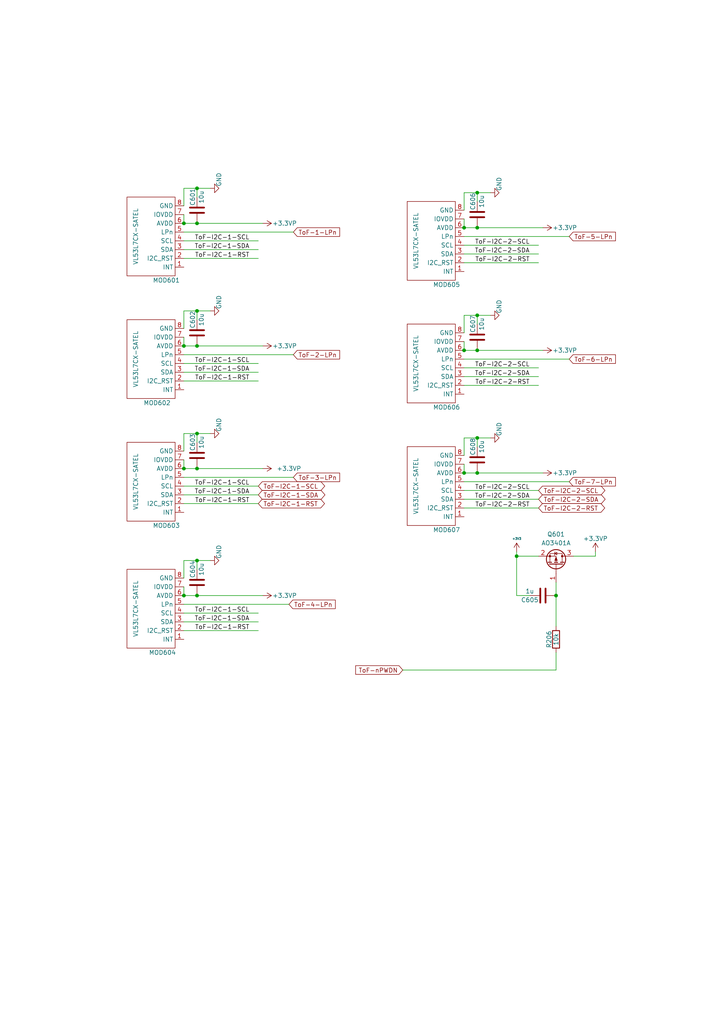
<source format=kicad_sch>
(kicad_sch (version 20230121) (generator eeschema)
  (paper "A4" portrait)
  (lib_symbols
    (symbol "Device:C" (pin_numbers hide) (pin_names (offset 0.254))
      (property "Reference" "C" (at 0.635 2.54 0))
      (property "Value" "C" (at 0.635 -2.54 0))
      (symbol "C_0_1"
        (polyline (pts (xy -2.032 -0.762) (xy 2.032 -0.762)) (stroke (width 0.508)))
        (polyline (pts (xy -2.032 0.762) (xy 2.032 0.762)) (stroke (width 0.508)))
      )
      (symbol "C_1_1"
        (pin passive line (at 0 3.81 270) (length 2.794) (name "~") (number "1"))
        (pin passive line (at 0 -3.81 90) (length 2.794) (name "~") (number "2"))
      )
    )
    (symbol "Device:R" (pin_numbers hide) (pin_names (offset 0))
      (property "Reference" "R" (at 2.032 0 90))
      (property "Value" "R" (at 0 0 90))
      (symbol "R_0_1"
        (rectangle (start -1.016 -2.54) (end 1.016 2.54) (stroke (width 0.254)))
      )
      (symbol "R_1_1"
        (pin passive line (at 0 3.81 270) (length 1.27) (name "~") (number "1"))
        (pin passive line (at 0 -3.81 90) (length 1.27) (name "~") (number "2"))
      )
    )
    (symbol "Project_Specific_Power:+3V3" (power) (pin_names (offset 0))
      (property "Value" "+3V3" (at 0 3.175 0))
      (symbol "+3V3_0_1"
        (polyline (pts (xy -0.762 1.27) (xy 0 2.54)))
        (polyline (pts (xy 0 0) (xy 0 2.54)))
        (polyline (pts (xy 0 2.54) (xy 0.762 1.27)))
      )
      (symbol "+3V3_1_1"
        (pin power_in line (at 0 0 90) (length 0) hide (name "+3V3") (number "1"))
      )
    )
    (symbol "Project_Specific_STMicroelectronics:VL53L7CX-SATEL"
      (property "Reference" "MOD" (at -3.81 12.7 0))
      (symbol "VL53L7CX-SATEL_0_1"
        (rectangle (start -6.35 11.43) (end 7.62 -11.43))
      )
      (symbol "VL53L7CX-SATEL_1_1"
        (pin output line (at -8.89 8.89 0) (length 2.54) (name "INT") (number "1"))
        (pin input line (at -8.89 6.35 0) (length 2.54) (name "I2C_RST") (number "2"))
        (pin bidirectional line (at -8.89 3.81 0) (length 2.54) (name "SDA") (number "3"))
        (pin input line (at -8.89 1.27 0) (length 2.54) (name "SCL") (number "4"))
        (pin input line (at -8.89 -1.27 0) (length 2.54) (name "LPn") (number "5"))
        (pin power_in line (at -8.89 -3.81 0) (length 2.54) (name "AVDD") (number "6"))
        (pin power_in line (at -8.89 -6.35 0) (length 2.54) (name "IOVDD") (number "7"))
        (pin power_in line (at -8.89 -8.89 0) (length 2.54) (name "GND") (number "8"))
      )
    )
    (symbol "Transistor_FET:AO3401A" (pin_names hide)
      (property "Reference" "Q" (at 5.08 1.905 0))
      (property "Value" "AO3401A" (at 5.08 0 0))
      (symbol "AO3401A_0_1"
        (polyline (pts (xy 0.254 0) (xy -2.54 0)))
        (polyline (pts (xy 0.254 1.905) (xy 0.254 -1.905)) (stroke (width 0.254)))
        (polyline (pts (xy 0.762 -1.27) (xy 0.762 -2.286)) (stroke (width 0.254)))
        (polyline (pts (xy 0.762 0.508) (xy 0.762 -0.508)) (stroke (width 0.254)))
        (polyline (pts (xy 0.762 2.286) (xy 0.762 1.27)) (stroke (width 0.254)))
        (polyline (pts (xy 2.54 2.54) (xy 2.54 1.778)))
        (polyline (pts (xy 2.54 -2.54) (xy 2.54 0) (xy 0.762 0)))
        (polyline (pts (xy 0.762 1.778) (xy 3.302 1.778) (xy 3.302 -1.778) (xy 0.762 -1.778)))
        (polyline (pts (xy 2.286 0) (xy 1.27 0.381) (xy 1.27 -0.381) (xy 2.286 0)) (fill (type outline)))
        (polyline (pts (xy 2.794 -0.508) (xy 2.921 -0.381) (xy 3.683 -0.381) (xy 3.81 -0.254)))
        (polyline (pts (xy 3.302 -0.381) (xy 2.921 0.254) (xy 3.683 0.254) (xy 3.302 -0.381)))
        (circle (center 1.651 0) (radius 2.794) (stroke (width 0.254)))
        (circle (center 2.54 -1.778) (radius 0.254) (fill (type outline)))
        (circle (center 2.54 1.778) (radius 0.254) (fill (type outline)))
      )
      (symbol "AO3401A_1_1"
        (pin input line (at -5.08 0 0) (length 2.54) (name "G") (number "1"))
        (pin passive line (at 2.54 -5.08 90) (length 2.54) (name "S") (number "2"))
        (pin passive line (at 2.54 5.08 270) (length 2.54) (name "D") (number "3"))
      )
    )
    (symbol "power:+3.3VP" (power) (pin_names (offset 0))
      (property "Value" "+3.3VP" (at 0 2.54 0))
      (symbol "+3.3VP_0_0"
        (pin power_in line (at 0 0 90) (length 0) hide (name "+3.3VP") (number "1"))
      )
      (symbol "+3.3VP_0_1"
        (polyline (pts (xy -0.762 1.27) (xy 0 2.54)))
        (polyline (pts (xy 0 0) (xy 0 2.54)))
        (polyline (pts (xy 0 2.54) (xy 0.762 1.27)))
      )
    )
    (symbol "power:GND" (power) (pin_names (offset 0))
      (property "Value" "GND" (at 0 -3.81 0))
      (symbol "GND_0_1"
        (polyline (pts (xy 0 0) (xy 0 -1.27) (xy 1.27 -1.27) (xy 0 -2.54) (xy -1.27 -1.27) (xy 0 -1.27)))
      )
      (symbol "GND_1_1"
        (pin power_in line (at 0 0 270) (length 0) hide (name "GND") (number "1"))
      )
    )
  )
  (junction (at 138.43 66.04))
  (junction (at 57.15 64.77))
  (junction (at 57.15 172.72))
  (junction (at 53.34 64.77))
  (junction (at 53.34 100.33))
  (junction (at 134.62 101.6))
  (junction (at 138.43 137.16))
  (junction (at 57.15 90.17))
  (junction (at 161.29 172.72))
  (junction (at 134.62 66.04))
  (junction (at 57.15 54.61))
  (junction (at 53.34 135.89))
  (junction (at 57.15 135.89))
  (junction (at 57.15 162.56))
  (junction (at 149.86 161.29))
  (junction (at 138.43 55.88))
  (junction (at 57.15 100.33))
  (junction (at 138.43 101.6))
  (junction (at 134.62 137.16))
  (junction (at 57.15 125.73))
  (junction (at 138.43 91.44))
  (junction (at 138.43 127))
  (junction (at 53.34 172.72))
  (wire (pts (xy 57.15 135.89) (xy 76.2 135.89)))
  (wire (pts (xy 134.62 134.62) (xy 134.62 137.16)))
  (wire (pts (xy 134.62 55.88) (xy 134.62 60.96)))
  (wire (pts (xy 138.43 66.04) (xy 157.48 66.04)))
  (wire (pts (xy 53.34 110.49) (xy 74.93 110.49)))
  (wire (pts (xy 53.34 140.97) (xy 74.93 140.97)))
  (wire (pts (xy 57.15 64.77) (xy 76.2 64.77)))
  (wire (pts (xy 134.62 104.14) (xy 165.1 104.14)))
  (wire (pts (xy 138.43 58.42) (xy 138.43 55.88)))
  (wire (pts (xy 53.34 170.18) (xy 53.34 172.72)))
  (wire (pts (xy 53.34 133.35) (xy 53.34 135.89)))
  (wire (pts (xy 53.34 180.34) (xy 74.93 180.34)))
  (wire (pts (xy 134.62 137.16) (xy 138.43 137.16)))
  (wire (pts (xy 53.34 135.89) (xy 57.15 135.89)))
  (wire (pts (xy 57.15 54.61) (xy 60.96 54.61)))
  (wire (pts (xy 53.34 162.56) (xy 53.34 167.64)))
  (wire (pts (xy 53.34 54.61) (xy 57.15 54.61)))
  (wire (pts (xy 57.15 57.15) (xy 57.15 54.61)))
  (wire (pts (xy 53.34 97.79) (xy 53.34 100.33)))
  (wire (pts (xy 134.62 147.32) (xy 156.21 147.32)))
  (wire (pts (xy 134.62 111.76) (xy 156.21 111.76)))
  (wire (pts (xy 53.34 125.73) (xy 57.15 125.73)))
  (wire (pts (xy 53.34 107.95) (xy 74.93 107.95)))
  (wire (pts (xy 138.43 55.88) (xy 142.24 55.88)))
  (wire (pts (xy 134.62 99.06) (xy 134.62 101.6)))
  (wire (pts (xy 53.34 67.31) (xy 85.09 67.31)))
  (wire (pts (xy 53.34 138.43) (xy 85.09 138.43)))
  (wire (pts (xy 134.62 66.04) (xy 138.43 66.04)))
  (wire (pts (xy 53.34 125.73) (xy 53.34 130.81)))
  (wire (pts (xy 53.34 182.88) (xy 74.93 182.88)))
  (wire (pts (xy 57.15 162.56) (xy 60.96 162.56)))
  (wire (pts (xy 53.34 54.61) (xy 53.34 59.69)))
  (wire (pts (xy 57.15 165.1) (xy 57.15 162.56)))
  (wire (pts (xy 134.62 73.66) (xy 156.21 73.66)))
  (wire (pts (xy 161.29 168.91) (xy 161.29 172.72)))
  (wire (pts (xy 53.34 175.26) (xy 83.82 175.26)))
  (wire (pts (xy 53.34 177.8) (xy 74.93 177.8)))
  (wire (pts (xy 57.15 128.27) (xy 57.15 125.73)))
  (wire (pts (xy 116.84 194.31) (xy 161.29 194.31)))
  (wire (pts (xy 138.43 127) (xy 142.24 127)))
  (wire (pts (xy 53.34 146.05) (xy 74.93 146.05)))
  (wire (pts (xy 53.34 62.23) (xy 53.34 64.77)))
  (wire (pts (xy 57.15 92.71) (xy 57.15 90.17)))
  (wire (pts (xy 134.62 127) (xy 138.43 127)))
  (wire (pts (xy 156.21 161.29) (xy 149.86 161.29)))
  (wire (pts (xy 57.15 100.33) (xy 76.2 100.33)))
  (wire (pts (xy 161.29 172.72) (xy 161.29 181.61)))
  (wire (pts (xy 161.29 189.23) (xy 161.29 194.31)))
  (wire (pts (xy 149.86 172.72) (xy 153.67 172.72)))
  (wire (pts (xy 134.62 91.44) (xy 134.62 96.52)))
  (wire (pts (xy 134.62 91.44) (xy 138.43 91.44)))
  (wire (pts (xy 134.62 144.78) (xy 156.21 144.78)))
  (wire (pts (xy 134.62 139.7) (xy 165.1 139.7)))
  (wire (pts (xy 166.37 161.29) (xy 172.72 161.29)))
  (wire (pts (xy 134.62 106.68) (xy 156.21 106.68)))
  (wire (pts (xy 138.43 93.98) (xy 138.43 91.44)))
  (wire (pts (xy 134.62 63.5) (xy 134.62 66.04)))
  (wire (pts (xy 53.34 64.77) (xy 57.15 64.77)))
  (wire (pts (xy 149.86 161.29) (xy 149.86 172.72)))
  (wire (pts (xy 134.62 71.12) (xy 156.21 71.12)))
  (wire (pts (xy 53.34 69.85) (xy 74.93 69.85)))
  (wire (pts (xy 134.62 101.6) (xy 138.43 101.6)))
  (wire (pts (xy 138.43 129.54) (xy 138.43 127)))
  (wire (pts (xy 134.62 127) (xy 134.62 132.08)))
  (wire (pts (xy 149.86 161.29) (xy 149.86 160.02)))
  (wire (pts (xy 53.34 143.51) (xy 74.93 143.51)))
  (wire (pts (xy 172.72 161.29) (xy 172.72 160.02)))
  (wire (pts (xy 57.15 125.73) (xy 60.96 125.73)))
  (wire (pts (xy 53.34 72.39) (xy 74.93 72.39)))
  (wire (pts (xy 53.34 172.72) (xy 57.15 172.72)))
  (wire (pts (xy 53.34 102.87) (xy 85.09 102.87)))
  (wire (pts (xy 134.62 68.58) (xy 165.1 68.58)))
  (wire (pts (xy 53.34 100.33) (xy 57.15 100.33)))
  (wire (pts (xy 138.43 91.44) (xy 142.24 91.44)))
  (wire (pts (xy 53.34 90.17) (xy 53.34 95.25)))
  (wire (pts (xy 53.34 74.93) (xy 74.93 74.93)))
  (wire (pts (xy 134.62 142.24) (xy 156.21 142.24)))
  (wire (pts (xy 134.62 55.88) (xy 138.43 55.88)))
  (wire (pts (xy 53.34 162.56) (xy 57.15 162.56)))
  (wire (pts (xy 138.43 137.16) (xy 157.48 137.16)))
  (wire (pts (xy 134.62 76.2) (xy 156.21 76.2)))
  (wire (pts (xy 53.34 90.17) (xy 57.15 90.17)))
  (wire (pts (xy 53.34 105.41) (xy 74.93 105.41)))
  (wire (pts (xy 57.15 90.17) (xy 60.96 90.17)))
  (wire (pts (xy 57.15 172.72) (xy 76.2 172.72)))
  (wire (pts (xy 138.43 101.6) (xy 157.48 101.6)))
  (wire (pts (xy 134.62 109.22) (xy 156.21 109.22)))
  (label "ToF-I2C-2-SDA" (at 153.67 109.22 180))
  (label "ToF-I2C-1-SCL" (at 72.39 177.8 180))
  (label "ToF-I2C-1-SDA" (at 72.39 107.95 180))
  (label "ToF-I2C-2-RST" (at 153.67 147.32 180))
  (label "ToF-I2C-1-SDA" (at 72.39 72.39 180))
  (label "ToF-I2C-2-SDA" (at 153.67 144.78 180))
  (label "ToF-I2C-1-RST" (at 72.39 110.49 180))
  (label "ToF-I2C-2-RST" (at 153.67 76.2 180))
  (label "ToF-I2C-1-SDA" (at 72.39 180.34 180))
  (label "ToF-I2C-1-RST" (at 72.39 146.05 180))
  (label "ToF-I2C-2-RST" (at 153.67 111.76 180))
  (label "ToF-I2C-1-SCL" (at 72.39 105.41 180))
  (label "ToF-I2C-2-SDA" (at 153.67 73.66 180))
  (label "ToF-I2C-1-RST" (at 72.39 182.88 180))
  (label "ToF-I2C-1-RST" (at 72.39 74.93 180))
  (label "ToF-I2C-1-SDA" (at 72.39 143.51 180))
  (label "ToF-I2C-2-SCL" (at 153.67 71.12 180))
  (label "ToF-I2C-2-SCL" (at 153.67 142.24 180))
  (label "ToF-I2C-1-SCL" (at 72.39 140.97 180))
  (label "ToF-I2C-1-SCL" (at 72.39 69.85 180))
  (label "ToF-I2C-2-SCL" (at 153.67 106.68 180))
  (global_label "ToF-I2C-1-SCL" (shape bidirectional) (at 74.93 140.97 0) (property "Intersheetrefs" "${INTERSHEET_REFS}" (at 94.6709 140.97 0) (effects (justify left))))
  (global_label "ToF-6-LPn" (shape input) (at 165.1 104.14 0) (property "Intersheetrefs" "${INTERSHEET_REFS}" (at 179.0124 104.14 0) (effects (justify left))))
  (global_label "ToF-7-LPn" (shape input) (at 165.1 139.7 0) (property "Intersheetrefs" "${INTERSHEET_REFS}" (at 179.0124 139.7 0) (effects (justify left))))
  (global_label "ToF-1-LPn" (shape input) (at 85.09 67.31 0) (property "Intersheetrefs" "${INTERSHEET_REFS}" (at 99.0024 67.31 0) (effects (justify left))))
  (global_label "ToF-I2C-1-RST" (shape bidirectional) (at 74.93 146.05 0) (property "Intersheetrefs" "${INTERSHEET_REFS}" (at 94.6104 146.05 0) (effects (justify left))))
  (global_label "ToF-I2C-1-SDA" (shape bidirectional) (at 74.93 143.51 0) (property "Intersheetrefs" "${INTERSHEET_REFS}" (at 94.7314 143.51 0) (effects (justify left))))
  (global_label "ToF-nPWDN" (shape input) (at 116.84 194.31 180) (property "Intersheetrefs" "${INTERSHEET_REFS}" (at 102.6063 194.31 0) (effects (justify right))))
  (global_label "ToF-4-LPn" (shape input) (at 83.82 175.26 0) (property "Intersheetrefs" "${INTERSHEET_REFS}" (at 97.7324 175.26 0) (effects (justify left))))
  (global_label "ToF-I2C-2-SDA" (shape bidirectional) (at 156.21 144.78 0) (property "Intersheetrefs" "${INTERSHEET_REFS}" (at 176.0114 144.78 0) (effects (justify left))))
  (global_label "ToF-3-LPn" (shape input) (at 85.09 138.43 0) (property "Intersheetrefs" "${INTERSHEET_REFS}" (at 99.0024 138.43 0) (effects (justify left))))
  (global_label "ToF-5-LPn" (shape input) (at 165.1 68.58 0) (property "Intersheetrefs" "${INTERSHEET_REFS}" (at 179.0124 68.58 0) (effects (justify left))))
  (global_label "ToF-I2C-2-RST" (shape bidirectional) (at 156.21 147.32 0) (property "Intersheetrefs" "${INTERSHEET_REFS}" (at 175.8904 147.32 0) (effects (justify left))))
  (global_label "ToF-2-LPn" (shape input) (at 85.09 102.87 0) (property "Intersheetrefs" "${INTERSHEET_REFS}" (at 99.0024 102.87 0) (effects (justify left))))
  (global_label "ToF-I2C-2-SCL" (shape bidirectional) (at 156.21 142.24 0) (property "Intersheetrefs" "${INTERSHEET_REFS}" (at 175.9509 142.24 0) (effects (justify left))))
  (symbol (lib_id "power:GND") (at 142.24 127 90) (unit 1)
    (property "Reference" "#PWR0613" (effects hide))
    (property "Value" "GND" (at 144.78 124.46 0))
  )
  (symbol (lib_id "Device:C") (at 57.15 168.91 180) (unit 1)
    (property "Reference" "C604" (at 55.88 165.1 90))
    (property "Value" "10u" (at 58.42 165.1 90))
    (property "Footprint" "Capacitor_SMD:C_0603_1608Metric" (effects hide))
  )
  (symbol (lib_id "Device:C") (at 57.15 96.52 180) (unit 1)
    (property "Reference" "C602" (at 55.88 92.71 90))
    (property "Value" "10u" (at 58.42 92.71 90))
    (property "Footprint" "Capacitor_SMD:C_0603_1608Metric" (effects hide))
  )
  (symbol (lib_id "power:+3.3VP") (at 76.2 135.89 270) (unit 1)
    (property "Reference" "#PWR0606" (effects hide))
    (property "Value" "+3.3VP" (at 83.82 135.89 90))
  )
  (symbol (lib_id "Project_Specific_STMicroelectronics:VL53L7CX-SATEL") (at 44.45 139.7 180) (unit 1)
    (property "Reference" "MOD603" (at 48.26 152.4 0))
    (property "Value" "VL53L7CX-SATEL" (at 39.37 139.7 90))
    (property "Footprint" "Project_Specific_ST:VL53L5CX-SATEL" (effects hide))
  )
  (symbol (lib_id "power:+3.3VP") (at 157.48 137.16 270) (unit 1)
    (property "Reference" "#PWR0616" (effects hide))
    (property "Value" "+3.3VP" (at 163.83 137.16 90))
  )
  (symbol (lib_id "power:+3.3VP") (at 172.72 160.02 0) (unit 1)
    (property "Reference" "#PWR0610" (effects hide))
    (property "Value" "+3.3VP" (at 172.72 156.21 0))
  )
  (symbol (lib_id "power:GND") (at 142.24 55.88 90) (unit 1)
    (property "Reference" "#PWR0611" (effects hide))
    (property "Value" "GND" (at 144.78 53.34 0))
  )
  (symbol (lib_id "Project_Specific_STMicroelectronics:VL53L7CX-SATEL") (at 125.73 69.85 180) (unit 1)
    (property "Reference" "MOD605" (at 129.54 82.55 0))
    (property "Value" "VL53L7CX-SATEL" (at 120.65 69.85 90))
    (property "Footprint" "Project_Specific_ST:VL53L5CX-SATEL" (effects hide))
  )
  (symbol (lib_id "Device:C") (at 138.43 97.79 180) (unit 1)
    (property "Reference" "C607" (at 137.16 93.98 90))
    (property "Value" "10u" (at 139.7 93.98 90))
    (property "Footprint" "Capacitor_SMD:C_0603_1608Metric" (effects hide))
  )
  (symbol (lib_id "Project_Specific_STMicroelectronics:VL53L7CX-SATEL") (at 44.45 176.53 180) (unit 1)
    (property "Reference" "MOD604" (at 43.18 189.23 0) (effects (justify right)))
    (property "Value" "VL53L7CX-SATEL" (at 39.37 176.53 90))
    (property "Footprint" "Project_Specific_ST:VL53L5CX-SATEL" (effects hide))
  )
  (symbol (lib_id "Transistor_FET:AO3401A") (at 161.29 163.83 270) (mirror x) (unit 1)
    (property "Reference" "Q601" (at 161.29 154.94 90))
    (property "Value" "AO3401A" (at 161.29 157.48 90))
    (property "Footprint" "Package_TO_SOT_SMD:SOT-23" (effects hide))
    (property "Datasheet" "http://www.aosmd.com/pdfs/datasheet/AO3401A.pdf" (effects hide))
  )
  (symbol (lib_id "power:GND") (at 142.24 91.44 90) (unit 1)
    (property "Reference" "#PWR0612" (effects hide))
    (property "Value" "GND" (at 144.78 88.9 0))
  )
  (symbol (lib_id "power:GND") (at 60.96 162.56 90) (unit 1)
    (property "Reference" "#PWR0608" (effects hide))
    (property "Value" "GND" (at 63.5 160.02 0))
  )
  (symbol (lib_id "Project_Specific_STMicroelectronics:VL53L7CX-SATEL") (at 125.73 105.41 180) (unit 1)
    (property "Reference" "MOD606" (at 129.54 118.11 0))
    (property "Value" "VL53L7CX-SATEL" (at 120.65 105.41 90))
    (property "Footprint" "Project_Specific_ST:VL53L5CX-SATEL" (effects hide))
  )
  (symbol (lib_id "power:+3.3VP") (at 76.2 64.77 270) (unit 1)
    (property "Reference" "#PWR0604" (effects hide))
    (property "Value" "+3.3VP" (at 82.55 64.77 90))
  )
  (symbol (lib_id "power:GND") (at 60.96 125.73 90) (unit 1)
    (property "Reference" "#PWR0603" (effects hide))
    (property "Value" "GND" (at 63.5 123.19 0))
  )
  (symbol (lib_id "Device:C") (at 157.48 172.72 270) (unit 1)
    (property "Reference" "C605" (at 153.67 173.99 90))
    (property "Value" "1u" (at 153.67 171.45 90))
    (property "Footprint" "Capacitor_SMD:C_0402_1005Metric" (effects hide))
  )
  (symbol (lib_id "Device:C") (at 57.15 132.08 180) (unit 1)
    (property "Reference" "C603" (at 55.88 128.27 90))
    (property "Value" "10u" (at 58.42 128.27 90))
    (property "Footprint" "Capacitor_SMD:C_0603_1608Metric" (effects hide))
  )
  (symbol (lib_id "power:+3.3VP") (at 76.2 172.72 270) (unit 1)
    (property "Reference" "#PWR0609" (effects hide))
    (property "Value" "+3.3VP" (at 82.55 172.72 90))
  )
  (symbol (lib_id "Device:C") (at 138.43 62.23 180) (unit 1)
    (property "Reference" "C606" (at 137.16 58.42 90))
    (property "Value" "10u" (at 139.7 58.42 90))
    (property "Footprint" "Capacitor_SMD:C_0603_1608Metric" (effects hide))
  )
  (symbol (lib_id "Project_Specific_Power:+3V3") (at 149.86 160.02 0) (unit 1)
    (property "Reference" "#PWR0607" (effects hide))
    (property "Value" "+3V3" (at 148.59 156.21 0) (effects (font (size 0.635 0.635)) (justify left)))
  )
  (symbol (lib_id "Project_Specific_STMicroelectronics:VL53L7CX-SATEL") (at 44.45 104.14 180) (unit 1)
    (property "Reference" "MOD602" (at 49.53 116.84 0) (effects (justify left)))
    (property "Value" "VL53L7CX-SATEL" (at 39.37 104.14 90))
    (property "Footprint" "Project_Specific_ST:VL53L5CX-SATEL" (effects hide))
  )
  (symbol (lib_id "Device:R") (at 161.29 185.42 180) (unit 1)
    (property "Reference" "R206" (at 159.258 185.42 90))
    (property "Value" "10k" (at 161.29 185.42 90))
    (property "Footprint" "Resistor_SMD:R_0402_1005Metric" (effects hide))
    (instances (project "ToffeeCam" (path "" (reference "R206") (unit 1)) (path "" (reference "R601") (unit 1))))
  )
  (symbol (lib_id "power:GND") (at 60.96 90.17 90) (unit 1)
    (property "Reference" "#PWR0602" (effects hide))
    (property "Value" "GND" (at 63.5 87.63 0))
  )
  (symbol (lib_id "power:GND") (at 60.96 54.61 90) (unit 1)
    (property "Reference" "#PWR0601" (effects hide))
    (property "Value" "GND" (at 63.5 52.07 0))
  )
  (symbol (lib_id "power:+3.3VP") (at 157.48 66.04 270) (unit 1)
    (property "Reference" "#PWR0614" (effects hide))
    (property "Value" "+3.3VP" (at 163.83 66.04 90))
  )
  (symbol (lib_id "power:+3.3VP") (at 157.48 101.6 270) (unit 1)
    (property "Reference" "#PWR0615" (effects hide))
    (property "Value" "+3.3VP" (at 163.83 101.6 90))
  )
  (symbol (lib_id "Device:C") (at 57.15 60.96 180) (unit 1)
    (property "Reference" "C601" (at 55.88 57.15 90))
    (property "Value" "10u" (at 58.42 57.15 90))
    (property "Footprint" "Capacitor_SMD:C_0603_1608Metric" (effects hide))
  )
  (symbol (lib_id "Project_Specific_STMicroelectronics:VL53L7CX-SATEL") (at 44.45 68.58 180) (unit 1)
    (property "Reference" "MOD601" (at 48.26 81.28 0))
    (property "Value" "VL53L7CX-SATEL" (at 39.37 68.58 90))
    (property "Footprint" "Project_Specific_ST:VL53L5CX-SATEL" (effects hide))
  )
  (symbol (lib_id "Project_Specific_STMicroelectronics:VL53L7CX-SATEL") (at 125.73 140.97 180) (unit 1)
    (property "Reference" "MOD607" (at 129.54 153.67 0))
    (property "Value" "VL53L7CX-SATEL" (at 120.65 140.97 90))
    (property "Footprint" "Project_Specific_ST:VL53L5CX-SATEL" (effects hide))
  )
  (symbol (lib_id "Device:C") (at 138.43 133.35 180) (unit 1)
    (property "Reference" "C608" (at 137.16 129.54 90))
    (property "Value" "10u" (at 139.7 129.54 90))
    (property "Footprint" "Capacitor_SMD:C_0603_1608Metric" (effects hide))
  )
  (symbol (lib_id "power:+3.3VP") (at 76.2 100.33 270) (unit 1)
    (property "Reference" "#PWR0605" (effects hide))
    (property "Value" "+3.3VP" (at 82.55 100.33 90))
  )
)
</source>
